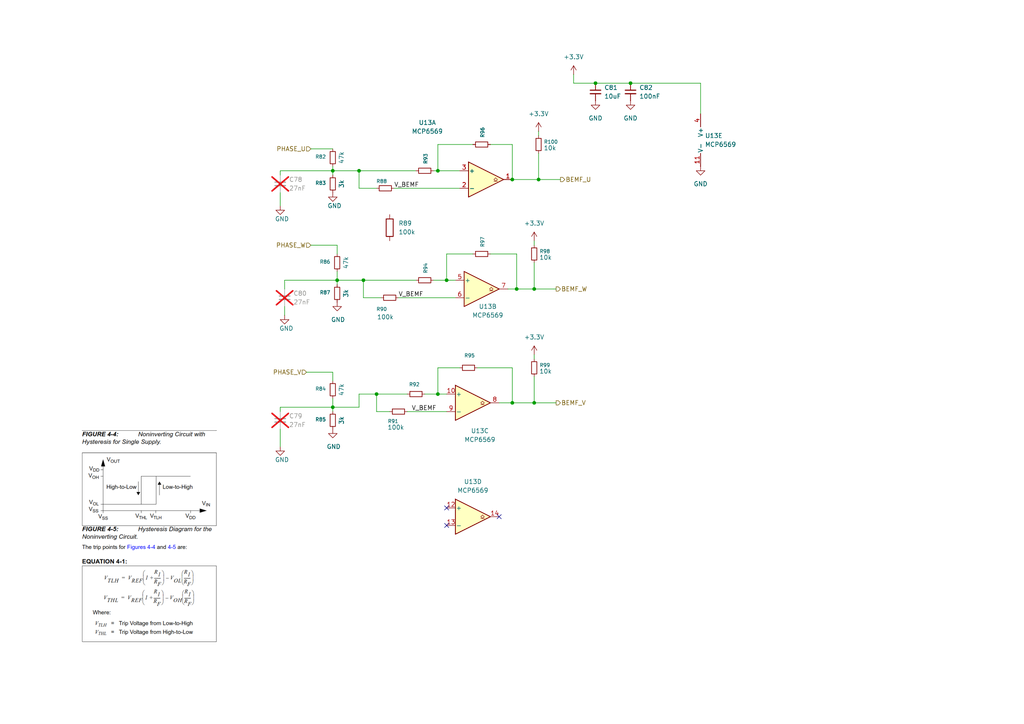
<source format=kicad_sch>
(kicad_sch (version 20250114) (generator "eeschema") (generator_version "9.0")
  (paper "A4")
  (lib_symbols
    (symbol "Comparator:MCP6569" (pin_names (offset 0.127))
      (property "Reference" "U" (at 0 5.08 0))
      (property "Value" "MCP6569" (at 0 -5.08 0))
      (symbol "MCP6569_1_1"
        (polyline (pts (xy -5.08 5.08) (xy 5.08 0) (xy -5.08 -5.08) (xy -5.08 5.08)) (stroke (width 0.254)) (fill (type background)))
        (polyline (pts (xy 3.302 -0.508) (xy 2.794 -0.508) (xy 3.302 0) (xy 2.794 0.508) (xy 2.286 0) (xy 2.794 -0.508) (xy 2.286 -0.508)) (stroke (width 0.127)))
        (pin input line (at -7.62 2.54 0) (length 2.54) (name "+") (number "3"))
        (pin input line (at -7.62 -2.54 0) (length 2.54) (name "-") (number "2"))
        (pin open_collector line (at 7.62 0 180) (length 2.54) (name "~") (number "1"))
      )
      (symbol "MCP6569_2_1"
        (polyline (pts (xy -5.08 5.08) (xy 5.08 0) (xy -5.08 -5.08) (xy -5.08 5.08)) (stroke (width 0.254)) (fill (type background)))
        (polyline (pts (xy 3.302 -0.508) (xy 2.794 -0.508) (xy 3.302 0) (xy 2.794 0.508) (xy 2.286 0) (xy 2.794 -0.508) (xy 2.286 -0.508)) (stroke (width 0.127)))
        (pin input line (at -7.62 2.54 0) (length 2.54) (name "+") (number "5"))
        (pin input line (at -7.62 -2.54 0) (length 2.54) (name "-") (number "6"))
        (pin open_collector line (at 7.62 0 180) (length 2.54) (name "~") (number "7"))
      )
      (symbol "MCP6569_3_1"
        (polyline (pts (xy -5.08 5.08) (xy 5.08 0) (xy -5.08 -5.08) (xy -5.08 5.08)) (stroke (width 0.254)) (fill (type background)))
        (polyline (pts (xy 3.302 -0.508) (xy 2.794 -0.508) (xy 3.302 0) (xy 2.794 0.508) (xy 2.286 0) (xy 2.794 -0.508) (xy 2.286 -0.508)) (stroke (width 0.127)))
        (pin input line (at -7.62 2.54 0) (length 2.54) (name "+") (number "10"))
        (pin input line (at -7.62 -2.54 0) (length 2.54) (name "-") (number "9"))
        (pin open_collector line (at 7.62 0 180) (length 2.54) (name "~") (number "8"))
      )
      (symbol "MCP6569_4_1"
        (polyline (pts (xy -5.08 5.08) (xy 5.08 0) (xy -5.08 -5.08) (xy -5.08 5.08)) (stroke (width 0.254)) (fill (type background)))
        (polyline (pts (xy 3.302 -0.508) (xy 2.794 -0.508) (xy 3.302 0) (xy 2.794 0.508) (xy 2.286 0) (xy 2.794 -0.508) (xy 2.286 -0.508)) (stroke (width 0.127)))
        (pin input line (at -7.62 2.54 0) (length 2.54) (name "+") (number "12"))
        (pin input line (at -7.62 -2.54 0) (length 2.54) (name "-") (number "13"))
        (pin open_collector line (at 7.62 0 180) (length 2.54) (name "~") (number "14"))
      )
      (symbol "MCP6569_5_1"
        (pin power_in line (at -2.54 7.62 270) (length 3.81) (name "V+") (number "4"))
        (pin power_in line (at -2.54 -7.62 90) (length 3.81) (name "V-") (number "11"))
      )
    )
    (symbol "Device:C_Small" (pin_numbers (hide yes)) (pin_names (offset 0.254) (hide yes))
      (property "Reference" "C" (at 0.254 1.778 0))
      (property "Value" "C_Small" (at 0.254 -2.032 0))
      (symbol "C_Small_0_1"
        (polyline (pts (xy -1.524 0.508) (xy 1.524 0.508)) (stroke (width 0.3048)))
        (polyline (pts (xy -1.524 -0.508) (xy 1.524 -0.508)) (stroke (width 0.3302)))
      )
      (symbol "C_Small_1_1"
        (pin passive line (at 0 2.54 270) (length 2.032) (name "~") (number "1"))
        (pin passive line (at 0 -2.54 90) (length 2.032) (name "~") (number "2"))
      )
    )
    (symbol "Device:R" (pin_numbers (hide yes)) (pin_names (offset 0))
      (property "Reference" "R" (at 2.032 0 90))
      (property "Value" "R" (at 0 0 90))
      (symbol "R_0_1"
        (rectangle (start -1.016 -2.54) (end 1.016 2.54) (stroke (width 0.254)))
      )
      (symbol "R_1_1"
        (pin passive line (at 0 3.81 270) (length 1.27) (name "~") (number "1"))
        (pin passive line (at 0 -3.81 90) (length 1.27) (name "~") (number "2"))
      )
    )
    (symbol "Device:R_Small" (pin_numbers (hide yes)) (pin_names (offset 0.254) (hide yes))
      (property "Reference" "R" (at 0 0 90))
      (property "Value" "R_Small" (at 1.778 0 90))
      (symbol "R_Small_0_1"
        (rectangle (start -0.762 1.778) (end 0.762 -1.778) (stroke (width 0.2032)))
      )
      (symbol "R_Small_1_1"
        (pin passive line (at 0 2.54 270) (length 0.762) (name "~") (number "1"))
        (pin passive line (at 0 -2.54 90) (length 0.762) (name "~") (number "2"))
      )
    )
    (symbol "power:+3.3V" (power) (pin_numbers (hide yes)) (pin_names (offset 0) (hide yes))
      (property "Value" "+3.3V" (at 0 3.556 0))
      (symbol "+3.3V_0_1"
        (polyline (pts (xy -0.762 1.27) (xy 0 2.54)))
        (polyline (pts (xy 0 2.54) (xy 0.762 1.27)))
        (polyline (pts (xy 0 0) (xy 0 2.54)))
      )
      (symbol "+3.3V_1_1"
        (pin power_in line (at 0 0 90) (length 0) (name "~") (number "1"))
      )
    )
    (symbol "power:GND" (power) (pin_numbers (hide yes)) (pin_names (offset 0) (hide yes))
      (property "Value" "GND" (at 0 -3.81 0))
      (symbol "GND_0_1"
        (polyline (pts (xy 0 0) (xy 0 -1.27) (xy 1.27 -1.27) (xy 0 -2.54) (xy -1.27 -1.27) (xy 0 -1.27)))
      )
      (symbol "GND_1_1"
        (pin power_in line (at 0 0 270) (length 0) (name "~") (number "1"))
      )
    )
  )
  (junction (at 149.86 83.82))
  (junction (at 154.94 116.84))
  (junction (at 129.54 81.28))
  (junction (at 97.79 81.28))
  (junction (at 148.59 116.84))
  (junction (at 156.21 52.07))
  (junction (at 96.52 49.53))
  (junction (at 104.14 49.53))
  (junction (at 172.72 24.13))
  (junction (at 96.52 118.11))
  (junction (at 148.59 52.07))
  (junction (at 182.88 24.13))
  (junction (at 154.94 83.82))
  (junction (at 127 114.3))
  (junction (at 105.41 81.28))
  (junction (at 127 49.53))
  (junction (at 109.22 114.3))
  (no_connect (at 129.54 147.32))
  (no_connect (at 129.54 152.4))
  (no_connect (at 144.78 149.86))
  (wire (pts (xy 148.59 106.68) (xy 148.59 116.84)))
  (wire (pts (xy 96.52 49.53) (xy 96.52 50.8)))
  (wire (pts (xy 104.14 49.53) (xy 104.14 54.61)))
  (wire (pts (xy 114.3 54.61) (xy 133.35 54.61)))
  (wire (pts (xy 96.52 107.95) (xy 88.9 107.95)))
  (wire (pts (xy 96.52 48.26) (xy 96.52 49.53)))
  (wire (pts (xy 109.22 54.61) (xy 104.14 54.61)))
  (wire (pts (xy 129.54 81.28) (xy 132.08 81.28)))
  (wire (pts (xy 109.22 114.3) (xy 118.11 114.3)))
  (wire (pts (xy 148.59 41.91) (xy 148.59 52.07)))
  (wire (pts (xy 125.73 49.53) (xy 127 49.53)))
  (wire (pts (xy 127 106.68) (xy 127 114.3)))
  (wire (pts (xy 97.79 71.12) (xy 90.17 71.12)))
  (wire (pts (xy 97.79 81.28) (xy 97.79 82.55)))
  (wire (pts (xy 133.35 106.68) (xy 127 106.68)))
  (wire (pts (xy 125.73 81.28) (xy 129.54 81.28)))
  (wire (pts (xy 81.28 118.11) (xy 96.52 118.11)))
  (wire (pts (xy 154.94 69.85) (xy 154.94 71.12)))
  (wire (pts (xy 82.55 81.28) (xy 97.79 81.28)))
  (wire (pts (xy 105.41 81.28) (xy 120.65 81.28)))
  (wire (pts (xy 81.28 50.8) (xy 81.28 49.53)))
  (wire (pts (xy 81.28 129.54) (xy 81.28 124.46)))
  (wire (pts (xy 96.52 115.57) (xy 96.52 118.11)))
  (wire (pts (xy 96.52 118.11) (xy 96.52 119.38)))
  (wire (pts (xy 123.19 114.3) (xy 127 114.3)))
  (wire (pts (xy 138.43 106.68) (xy 148.59 106.68)))
  (wire (pts (xy 182.88 24.13) (xy 203.2 24.13)))
  (wire (pts (xy 105.41 81.28) (xy 105.41 86.36)))
  (wire (pts (xy 149.86 83.82) (xy 147.32 83.82)))
  (wire (pts (xy 161.29 116.84) (xy 154.94 116.84)))
  (wire (pts (xy 154.94 109.22) (xy 154.94 116.84)))
  (wire (pts (xy 96.52 43.18) (xy 90.17 43.18)))
  (wire (pts (xy 154.94 116.84) (xy 148.59 116.84)))
  (wire (pts (xy 82.55 91.44) (xy 82.55 88.9)))
  (wire (pts (xy 166.37 21.59) (xy 166.37 24.13)))
  (wire (pts (xy 156.21 44.45) (xy 156.21 52.07)))
  (wire (pts (xy 113.03 119.38) (xy 109.22 119.38)))
  (wire (pts (xy 156.21 38.1) (xy 156.21 39.37)))
  (wire (pts (xy 203.2 24.13) (xy 203.2 33.02)))
  (wire (pts (xy 127 41.91) (xy 127 49.53)))
  (wire (pts (xy 115.57 86.36) (xy 132.08 86.36)))
  (wire (pts (xy 109.22 114.3) (xy 109.22 119.38)))
  (wire (pts (xy 166.37 24.13) (xy 172.72 24.13)))
  (wire (pts (xy 96.52 49.53) (xy 104.14 49.53)))
  (wire (pts (xy 104.14 114.3) (xy 109.22 114.3)))
  (wire (pts (xy 104.14 49.53) (xy 120.65 49.53)))
  (wire (pts (xy 149.86 73.66) (xy 149.86 83.82)))
  (wire (pts (xy 148.59 116.84) (xy 144.78 116.84)))
  (wire (pts (xy 154.94 83.82) (xy 161.29 83.82)))
  (wire (pts (xy 81.28 119.38) (xy 81.28 118.11)))
  (wire (pts (xy 118.11 119.38) (xy 129.54 119.38)))
  (wire (pts (xy 110.49 86.36) (xy 105.41 86.36)))
  (wire (pts (xy 129.54 73.66) (xy 129.54 81.28)))
  (wire (pts (xy 97.79 78.74) (xy 97.79 81.28)))
  (wire (pts (xy 162.56 52.07) (xy 156.21 52.07)))
  (wire (pts (xy 96.52 107.95) (xy 96.52 110.49)))
  (wire (pts (xy 142.24 41.91) (xy 148.59 41.91)))
  (wire (pts (xy 127 49.53) (xy 133.35 49.53)))
  (wire (pts (xy 137.16 41.91) (xy 127 41.91)))
  (wire (pts (xy 104.14 118.11) (xy 104.14 114.3)))
  (wire (pts (xy 97.79 71.12) (xy 97.79 73.66)))
  (wire (pts (xy 127 114.3) (xy 129.54 114.3)))
  (wire (pts (xy 154.94 102.87) (xy 154.94 104.14)))
  (wire (pts (xy 149.86 83.82) (xy 154.94 83.82)))
  (wire (pts (xy 154.94 76.2) (xy 154.94 83.82)))
  (wire (pts (xy 81.28 59.69) (xy 81.28 55.88)))
  (wire (pts (xy 96.52 118.11) (xy 104.14 118.11)))
  (wire (pts (xy 156.21 52.07) (xy 148.59 52.07)))
  (wire (pts (xy 172.72 24.13) (xy 182.88 24.13)))
  (wire (pts (xy 142.24 73.66) (xy 149.86 73.66)))
  (wire (pts (xy 81.28 49.53) (xy 96.52 49.53)))
  (wire (pts (xy 137.16 73.66) (xy 129.54 73.66)))
  (wire (pts (xy 82.55 83.82) (xy 82.55 81.28)))
  (wire (pts (xy 97.79 81.28) (xy 105.41 81.28)))
  (image (at 44.45 156.21))
  (label "V_BEMF" (at 119.38 119.38 0))
  (label "V_BEMF" (at 115.57 86.36 0))
  (label "V_BEMF" (at 114.3 54.61 0))
  (hierarchical_label "PHASE_V" (shape input) (at 88.9 107.95 180))
  (hierarchical_label "PHASE_W" (shape input) (at 90.17 71.12 180))
  (hierarchical_label "BEMF_W" (shape output) (at 161.29 83.82 0))
  (hierarchical_label "BEMF_U" (shape output) (at 162.56 52.07 0))
  (hierarchical_label "BEMF_V" (shape output) (at 161.29 116.84 0))
  (hierarchical_label "PHASE_U" (shape input) (at 90.17 43.18 180))
  (symbol (lib_id "Device:R_Small") (at 156.21 41.91 0) (unit 1)
    (property "Reference" "R100" (at 157.734 41.148 0) (effects (font (size 1.016 1.016)) (justify left)))
    (property "Value" "10k" (at 159.512 42.926 0))
    (property "Footprint" "Resistor_SMD:R_0603_1608Metric" (effects (hide yes)))
    (property "Description" "Resistor, small symbol" (effects (hide yes)))
  )
  (symbol (lib_id "Device:R_Small") (at 96.52 53.34 0) (unit 1)
    (property "Reference" "R83" (at 91.44 53.086 0) (effects (font (size 1.016 1.016)) (justify left)))
    (property "Value" "3k" (at 99.06 53.34 90))
    (property "Footprint" "Resistor_SMD:R_0603_1608Metric" (effects (hide yes)))
    (property "Description" "Resistor, small symbol" (effects (hide yes)))
  )
  (symbol (lib_id "power:+3.3V") (at 154.94 69.85 0) (unit 1)
    (property "Reference" "#PWR0174" (effects (hide yes)))
    (property "Value" "+3.3V" (at 154.94 64.77 0))
    (property "Description" "Power symbol creates a global label with name \"+3.3V\"" (effects (hide yes)))
  )
  (symbol (lib_id "power:GND") (at 82.55 91.44 0) (unit 1)
    (property "Reference" "#PWR0170" (effects (hide yes)))
    (property "Value" "GND" (at 83.058 95.25 0))
    (property "Description" "Power symbol creates a global label with name \"GND\" , ground" (effects (hide yes)))
  )
  (symbol (lib_id "Device:R_Small") (at 154.94 73.66 0) (unit 1)
    (property "Reference" "R98" (at 156.464 72.898 0) (effects (font (size 1.016 1.016)) (justify left)))
    (property "Value" "10k" (at 158.242 74.676 0))
    (property "Footprint" "Resistor_SMD:R_0603_1608Metric" (effects (hide yes)))
    (property "Description" "Resistor, small symbol" (effects (hide yes)))
  )
  (symbol (lib_id "Device:R_Small") (at 120.65 114.3 270) (unit 1)
    (property "Reference" "R92" (at 118.618 111.506 90) (effects (font (size 1.016 1.016)) (justify left)))
    (property "Value" "R_Small" (effects (hide yes)))
    (property "Footprint" "Resistor_SMD:R_0603_1608Metric" (effects (hide yes)))
    (property "Description" "Resistor, small symbol" (effects (hide yes)))
  )
  (symbol (lib_id "Comparator:MCP6569") (at 205.74 40.64 0) (unit 5)
    (property "Reference" "U13" (at 204.47 39.3699 0) (effects (justify left)))
    (property "Value" "MCP6569" (at 204.47 41.9099 0) (effects (justify left)))
    (property "Footprint" "Package_SO:SOIC-14_3.9x8.7mm_P1.27mm" (effects (hide yes)))
    (property "Datasheet" "http://ww1.microchip.com/downloads/en/DeviceDoc/MCP6566-6R-6U-7-9-1.8V-Low-Power-Open-Drain-Output-Comparator-DS20002143G.pdf" (effects (hide yes)))
    (property "Description" "Quad 1.8V Low-Power Open-Drain Output Comparator, SOIC-14/TSSOP-14" (effects (hide yes)))
  )
  (symbol (lib_id "Device:C_Small") (at 82.55 86.36 0) (unit 1) (dnp yes)
    (property "Reference" "C80" (at 85.09 85.0962 0) (effects (justify left)))
    (property "Value" "27nF" (at 85.09 87.6362 0) (effects (justify left)))
    (property "Footprint" "Capacitor_SMD:C_0603_1608Metric" (effects (hide yes)))
    (property "Description" "Unpolarized capacitor, small symbol" (effects (hide yes)))
  )
  (symbol (lib_id "Device:R_Small") (at 111.76 54.61 90) (unit 1)
    (property "Reference" "R88" (at 112.268 52.578 90) (effects (font (size 1.016 1.016)) (justify left)))
    (property "Value" "100k" (effects (hide yes)))
    (property "Footprint" "Resistor_SMD:R_0603_1608Metric" (effects (hide yes)))
    (property "Description" "Resistor, small symbol" (effects (hide yes)))
  )
  (symbol (lib_id "Device:C_Small") (at 81.28 121.92 0) (unit 1) (dnp yes)
    (property "Reference" "C79" (at 83.82 120.6562 0) (effects (justify left)))
    (property "Value" "27nF" (at 83.82 123.1962 0) (effects (justify left)))
    (property "Footprint" "Capacitor_SMD:C_0603_1608Metric" (effects (hide yes)))
    (property "Description" "Unpolarized capacitor, small symbol" (effects (hide yes)))
  )
  (symbol (lib_id "Device:C_Small") (at 81.28 53.34 0) (unit 1) (dnp yes)
    (property "Reference" "C78" (at 83.82 52.0762 0) (effects (justify left)))
    (property "Value" "27nF" (at 83.82 54.6162 0) (effects (justify left)))
    (property "Footprint" "Capacitor_SMD:C_0603_1608Metric" (effects (hide yes)))
    (property "Description" "Unpolarized capacitor, small symbol" (effects (hide yes)))
  )
  (symbol (lib_id "Device:R") (at 113.03 66.04 180) (unit 1)
    (property "Reference" "R89" (at 115.57 64.7699 0) (effects (justify right)))
    (property "Value" "100k" (at 115.57 67.3099 0) (effects (justify right)))
    (property "Footprint" "Resistor_SMD:R_0603_1608Metric" (effects (hide yes)))
    (property "Description" "Resistor" (effects (hide yes)))
  )
  (symbol (lib_id "Device:R_Small") (at 135.89 106.68 270) (unit 1)
    (property "Reference" "R95" (at 134.62 103.124 90) (effects (font (size 1.016 1.016)) (justify left)))
    (property "Value" "R_Small" (effects (hide yes)))
    (property "Footprint" "Resistor_SMD:R_0603_1608Metric" (effects (hide yes)))
    (property "Description" "Resistor, small symbol" (effects (hide yes)))
  )
  (symbol (lib_id "Device:R_Small") (at 97.79 76.2 0) (unit 1)
    (property "Reference" "R86" (at 92.71 75.946 0) (effects (font (size 1.016 1.016)) (justify left)))
    (property "Value" "47k" (at 100.33 76.2 90))
    (property "Footprint" "Resistor_SMD:R_0603_1608Metric" (effects (hide yes)))
    (property "Description" "Resistor, small symbol" (effects (hide yes)))
  )
  (symbol (lib_id "power:GND") (at 81.28 129.54 0) (unit 1)
    (property "Reference" "#PWR0169" (effects (hide yes)))
    (property "Value" "GND" (at 81.788 133.35 0))
    (property "Description" "Power symbol creates a global label with name \"GND\" , ground" (effects (hide yes)))
  )
  (symbol (lib_id "Comparator:MCP6569") (at 137.16 149.86 0) (unit 4)
    (property "Reference" "U13" (at 137.16 139.7 0))
    (property "Value" "MCP6569" (at 137.16 142.24 0))
    (property "Footprint" "Package_SO:SOIC-14_3.9x8.7mm_P1.27mm" (effects (hide yes)))
    (property "Datasheet" "http://ww1.microchip.com/downloads/en/DeviceDoc/MCP6566-6R-6U-7-9-1.8V-Low-Power-Open-Drain-Output-Comparator-DS20002143G.pdf" (effects (hide yes)))
    (property "Description" "Quad 1.8V Low-Power Open-Drain Output Comparator, SOIC-14/TSSOP-14" (effects (hide yes)))
  )
  (symbol (lib_id "Device:R_Small") (at 96.52 113.03 0) (unit 1)
    (property "Reference" "R84" (at 91.44 112.776 0) (effects (font (size 1.016 1.016)) (justify left)))
    (property "Value" "47k" (at 99.06 113.03 90))
    (property "Footprint" "Resistor_SMD:R_0603_1608Metric" (effects (hide yes)))
    (property "Description" "Resistor, small symbol" (effects (hide yes)))
  )
  (symbol (lib_id "power:GND") (at 81.28 59.69 0) (unit 1)
    (property "Reference" "#PWR0168" (effects (hide yes)))
    (property "Value" "GND" (at 81.788 63.5 0))
    (property "Description" "Power symbol creates a global label with name \"GND\" , ground" (effects (hide yes)))
  )
  (symbol (lib_id "Device:R_Small") (at 154.94 106.68 0) (unit 1)
    (property "Reference" "R99" (at 156.464 105.918 0) (effects (font (size 1.016 1.016)) (justify left)))
    (property "Value" "10k" (at 158.242 107.696 0))
    (property "Footprint" "Resistor_SMD:R_0603_1608Metric" (effects (hide yes)))
    (property "Description" "Resistor, small symbol" (effects (hide yes)))
  )
  (symbol (lib_id "Device:R_Small") (at 123.19 81.28 270) (unit 1)
    (property "Reference" "R94" (at 123.444 76.2 0) (effects (font (size 1.016 1.016)) (justify left)))
    (property "Value" "R_Small" (effects (hide yes)))
    (property "Footprint" "Resistor_SMD:R_0603_1608Metric" (effects (hide yes)))
    (property "Description" "Resistor, small symbol" (effects (hide yes)))
  )
  (symbol (lib_id "Comparator:MCP6569") (at 139.7 83.82 0) (unit 2)
    (property "Reference" "U13" (at 141.478 88.9 0))
    (property "Value" "MCP6569" (at 141.478 91.44 0))
    (property "Footprint" "Package_SO:SOIC-14_3.9x8.7mm_P1.27mm" (effects (hide yes)))
    (property "Datasheet" "http://ww1.microchip.com/downloads/en/DeviceDoc/MCP6566-6R-6U-7-9-1.8V-Low-Power-Open-Drain-Output-Comparator-DS20002143G.pdf" (effects (hide yes)))
    (property "Description" "Quad 1.8V Low-Power Open-Drain Output Comparator, SOIC-14/TSSOP-14" (effects (hide yes)))
  )
  (symbol (lib_id "Device:C_Small") (at 172.72 26.67 0) (unit 1)
    (property "Reference" "C81" (at 175.26 25.4062 0) (effects (justify left)))
    (property "Value" "10uF" (at 175.26 27.9462 0) (effects (justify left)))
    (property "Footprint" "Capacitor_SMD:C_0805_2012Metric_Pad1.18x1.45mm_HandSolder" (effects (hide yes)))
    (property "Description" "Unpolarized capacitor, small symbol" (effects (hide yes)))
  )
  (symbol (lib_id "Device:R_Small") (at 115.57 119.38 90) (unit 1)
    (property "Reference" "R91" (at 115.57 122.174 90) (effects (font (size 1.016 1.016)) (justify left)))
    (property "Value" "100k" (at 114.808 123.952 90))
    (property "Footprint" "Resistor_SMD:R_0603_1608Metric" (effects (hide yes)))
    (property "Description" "Resistor, small symbol" (effects (hide yes)))
  )
  (symbol (lib_id "Device:R_Small") (at 96.52 121.92 0) (unit 1)
    (property "Reference" "R85" (at 91.44 121.666 0) (effects (font (size 1.016 1.016)) (justify left)))
    (property "Value" "3k" (at 99.06 121.92 90))
    (property "Footprint" "Resistor_SMD:R_0603_1608Metric" (effects (hide yes)))
    (property "Description" "Resistor, small symbol" (effects (hide yes)))
  )
  (symbol (lib_id "Device:R_Small") (at 113.03 86.36 90) (unit 1)
    (property "Reference" "R90" (at 112.268 89.662 90) (effects (font (size 1.016 1.016)) (justify left)))
    (property "Value" "100k" (at 111.76 91.948 90))
    (property "Footprint" "Resistor_SMD:R_0603_1608Metric" (effects (hide yes)))
    (property "Description" "Resistor, small symbol" (effects (hide yes)))
  )
  (symbol (lib_id "power:GND") (at 172.72 29.21 0) (unit 1)
    (property "Reference" "#PWR0178" (effects (hide yes)))
    (property "Value" "GND" (at 172.72 34.29 0))
    (property "Description" "Power symbol creates a global label with name \"GND\" , ground" (effects (hide yes)))
  )
  (symbol (lib_id "Device:R_Small") (at 97.79 85.09 0) (unit 1)
    (property "Reference" "R87" (at 92.71 84.836 0) (effects (font (size 1.016 1.016)) (justify left)))
    (property "Value" "3k" (at 100.33 85.09 90))
    (property "Footprint" "Resistor_SMD:R_0603_1608Metric" (effects (hide yes)))
    (property "Description" "Resistor, small symbol" (effects (hide yes)))
  )
  (symbol (lib_id "power:GND") (at 96.52 124.46 0) (unit 1)
    (property "Reference" "#PWR0172" (effects (hide yes)))
    (property "Value" "GND" (at 96.774 129.54 0))
    (property "Description" "Power symbol creates a global label with name \"GND\" , ground" (effects (hide yes)))
  )
  (symbol (lib_id "power:+3.3V") (at 154.94 102.87 0) (unit 1)
    (property "Reference" "#PWR0175" (effects (hide yes)))
    (property "Value" "+3.3V" (at 154.94 97.79 0))
    (property "Description" "Power symbol creates a global label with name \"+3.3V\"" (effects (hide yes)))
  )
  (symbol (lib_id "power:GND") (at 97.79 87.63 0) (unit 1)
    (property "Reference" "#PWR0173" (effects (hide yes)))
    (property "Value" "GND" (at 98.044 92.71 0))
    (property "Description" "Power symbol creates a global label with name \"GND\" , ground" (effects (hide yes)))
  )
  (symbol (lib_id "power:+3.3V") (at 166.37 21.59 0) (unit 1)
    (property "Reference" "#PWR0177" (effects (hide yes)))
    (property "Value" "+3.3V" (at 166.37 16.51 0))
    (property "Description" "Power symbol creates a global label with name \"+3.3V\"" (effects (hide yes)))
  )
  (symbol (lib_id "Device:R_Small") (at 139.7 73.66 270) (unit 1)
    (property "Reference" "R97" (at 139.954 68.58 0) (effects (font (size 1.016 1.016)) (justify left)))
    (property "Value" "R_Small" (effects (hide yes)))
    (property "Footprint" "Resistor_SMD:R_0603_1608Metric" (effects (hide yes)))
    (property "Description" "Resistor, small symbol" (effects (hide yes)))
  )
  (symbol (lib_id "Comparator:MCP6569") (at 137.16 116.84 0) (unit 3)
    (property "Reference" "U13" (at 139.192 124.968 0))
    (property "Value" "MCP6569" (at 139.192 127.508 0))
    (property "Footprint" "Package_SO:SOIC-14_3.9x8.7mm_P1.27mm" (effects (hide yes)))
    (property "Datasheet" "http://ww1.microchip.com/downloads/en/DeviceDoc/MCP6566-6R-6U-7-9-1.8V-Low-Power-Open-Drain-Output-Comparator-DS20002143G.pdf" (effects (hide yes)))
    (property "Description" "Quad 1.8V Low-Power Open-Drain Output Comparator, SOIC-14/TSSOP-14" (effects (hide yes)))
  )
  (symbol (lib_id "power:+3.3V") (at 156.21 38.1 0) (unit 1)
    (property "Reference" "#PWR0176" (effects (hide yes)))
    (property "Value" "+3.3V" (at 156.21 33.02 0))
    (property "Description" "Power symbol creates a global label with name \"+3.3V\"" (effects (hide yes)))
  )
  (symbol (lib_id "Comparator:MCP6569") (at 140.97 52.07 0) (unit 1)
    (property "Reference" "U13" (at 123.952 35.56 0))
    (property "Value" "MCP6569" (at 123.952 38.1 0))
    (property "Footprint" "Package_SO:SOIC-14_3.9x8.7mm_P1.27mm" (effects (hide yes)))
    (property "Datasheet" "http://ww1.microchip.com/downloads/en/DeviceDoc/MCP6566-6R-6U-7-9-1.8V-Low-Power-Open-Drain-Output-Comparator-DS20002143G.pdf" (effects (hide yes)))
    (property "Description" "Quad 1.8V Low-Power Open-Drain Output Comparator, SOIC-14/TSSOP-14" (effects (hide yes)))
  )
  (symbol (lib_id "power:GND") (at 96.52 55.88 0) (unit 1)
    (property "Reference" "#PWR0171" (effects (hide yes)))
    (property "Value" "GND" (at 97.028 59.69 0))
    (property "Description" "Power symbol creates a global label with name \"GND\" , ground" (effects (hide yes)))
  )
  (symbol (lib_id "Device:R_Small") (at 123.19 49.53 270) (unit 1)
    (property "Reference" "R93" (at 123.444 44.45 0) (effects (font (size 1.016 1.016)) (justify left)))
    (property "Value" "R_Small" (effects (hide yes)))
    (property "Footprint" "Resistor_SMD:R_0603_1608Metric" (effects (hide yes)))
    (property "Description" "Resistor, small symbol" (effects (hide yes)))
  )
  (symbol (lib_id "power:GND") (at 203.2 48.26 0) (unit 1)
    (property "Reference" "#PWR0180" (effects (hide yes)))
    (property "Value" "GND" (at 203.2 53.34 0))
    (property "Description" "Power symbol creates a global label with name \"GND\" , ground" (effects (hide yes)))
  )
  (symbol (lib_id "Device:R_Small") (at 139.7 41.91 270) (unit 1)
    (property "Reference" "R96" (at 139.954 36.83 0) (effects (font (size 1.016 1.016)) (justify left)))
    (property "Value" "R_Small" (effects (hide yes)))
    (property "Footprint" "Resistor_SMD:R_0603_1608Metric" (effects (hide yes)))
    (property "Description" "Resistor, small symbol" (effects (hide yes)))
  )
  (symbol (lib_id "power:GND") (at 182.88 29.21 0) (unit 1)
    (property "Reference" "#PWR0179" (effects (hide yes)))
    (property "Value" "GND" (at 182.88 34.29 0))
    (property "Description" "Power symbol creates a global label with name \"GND\" , ground" (effects (hide yes)))
  )
  (symbol (lib_id "Device:R_Small") (at 96.52 45.72 0) (unit 1)
    (property "Reference" "R82" (at 91.44 45.466 0) (effects (font (size 1.016 1.016)) (justify left)))
    (property "Value" "47k" (at 99.06 45.72 90))
    (property "Footprint" "Resistor_SMD:R_0603_1608Metric" (effects (hide yes)))
    (property "Description" "Resistor, small symbol" (effects (hide yes)))
  )
  (symbol (lib_id "Device:C_Small") (at 182.88 26.67 0) (unit 1)
    (property "Reference" "C82" (at 185.42 25.4062 0) (effects (justify left)))
    (property "Value" "100nF" (at 185.42 27.9462 0) (effects (justify left)))
    (property "Footprint" "Capacitor_SMD:C_0603_1608Metric_Pad1.08x0.95mm_HandSolder" (effects (hide yes)))
    (property "Description" "Unpolarized capacitor, small symbol" (effects (hide yes)))
  )
)
</source>
